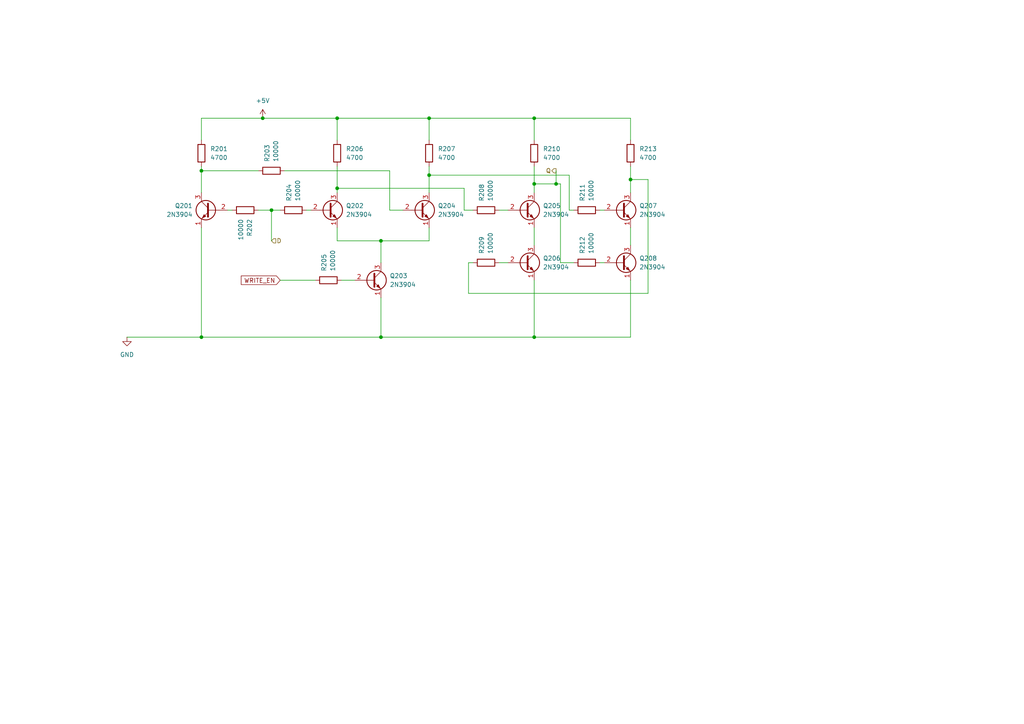
<source format=kicad_sch>
(kicad_sch
	(version 20250114)
	(generator "eeschema")
	(generator_version "9.0")
	(uuid "768d700c-9fce-4d37-95d7-771458debcaa")
	(paper "A4")
	(lib_symbols
		(symbol "Device:R"
			(pin_numbers
				(hide yes)
			)
			(pin_names
				(offset 0)
			)
			(exclude_from_sim no)
			(in_bom yes)
			(on_board yes)
			(property "Reference" "R"
				(at 2.032 0 90)
				(effects
					(font
						(size 1.27 1.27)
					)
				)
			)
			(property "Value" "R"
				(at 0 0 90)
				(effects
					(font
						(size 1.27 1.27)
					)
				)
			)
			(property "Footprint" ""
				(at -1.778 0 90)
				(effects
					(font
						(size 1.27 1.27)
					)
					(hide yes)
				)
			)
			(property "Datasheet" "~"
				(at 0 0 0)
				(effects
					(font
						(size 1.27 1.27)
					)
					(hide yes)
				)
			)
			(property "Description" "Resistor"
				(at 0 0 0)
				(effects
					(font
						(size 1.27 1.27)
					)
					(hide yes)
				)
			)
			(property "ki_keywords" "R res resistor"
				(at 0 0 0)
				(effects
					(font
						(size 1.27 1.27)
					)
					(hide yes)
				)
			)
			(property "ki_fp_filters" "R_*"
				(at 0 0 0)
				(effects
					(font
						(size 1.27 1.27)
					)
					(hide yes)
				)
			)
			(symbol "R_0_1"
				(rectangle
					(start -1.016 -2.54)
					(end 1.016 2.54)
					(stroke
						(width 0.254)
						(type default)
					)
					(fill
						(type none)
					)
				)
			)
			(symbol "R_1_1"
				(pin passive line
					(at 0 3.81 270)
					(length 1.27)
					(name "~"
						(effects
							(font
								(size 1.27 1.27)
							)
						)
					)
					(number "1"
						(effects
							(font
								(size 1.27 1.27)
							)
						)
					)
				)
				(pin passive line
					(at 0 -3.81 90)
					(length 1.27)
					(name "~"
						(effects
							(font
								(size 1.27 1.27)
							)
						)
					)
					(number "2"
						(effects
							(font
								(size 1.27 1.27)
							)
						)
					)
				)
			)
			(embedded_fonts no)
		)
		(symbol "Transistor_BJT:2N3904"
			(pin_names
				(offset 0)
				(hide yes)
			)
			(exclude_from_sim no)
			(in_bom yes)
			(on_board yes)
			(property "Reference" "Q"
				(at 5.08 1.905 0)
				(effects
					(font
						(size 1.27 1.27)
					)
					(justify left)
				)
			)
			(property "Value" "2N3904"
				(at 5.08 0 0)
				(effects
					(font
						(size 1.27 1.27)
					)
					(justify left)
				)
			)
			(property "Footprint" "Package_TO_SOT_THT:TO-92_Inline"
				(at 5.08 -1.905 0)
				(effects
					(font
						(size 1.27 1.27)
						(italic yes)
					)
					(justify left)
					(hide yes)
				)
			)
			(property "Datasheet" "https://www.onsemi.com/pub/Collateral/2N3903-D.PDF"
				(at 0 0 0)
				(effects
					(font
						(size 1.27 1.27)
					)
					(justify left)
					(hide yes)
				)
			)
			(property "Description" "0.2A Ic, 40V Vce, Small Signal NPN Transistor, TO-92"
				(at 0 0 0)
				(effects
					(font
						(size 1.27 1.27)
					)
					(hide yes)
				)
			)
			(property "Sim.Device" "NPN"
				(at 0 0 0)
				(effects
					(font
						(size 1.27 1.27)
					)
					(hide yes)
				)
			)
			(property "Sim.Pins" "1=E 2=B 3=C"
				(at 0 0 0)
				(effects
					(font
						(size 1.27 1.27)
					)
					(hide yes)
				)
			)
			(property "ki_keywords" "NPN Transistor"
				(at 0 0 0)
				(effects
					(font
						(size 1.27 1.27)
					)
					(hide yes)
				)
			)
			(property "ki_fp_filters" "TO?92*"
				(at 0 0 0)
				(effects
					(font
						(size 1.27 1.27)
					)
					(hide yes)
				)
			)
			(symbol "2N3904_0_1"
				(polyline
					(pts
						(xy -2.54 0) (xy 0.635 0)
					)
					(stroke
						(width 0)
						(type default)
					)
					(fill
						(type none)
					)
				)
				(polyline
					(pts
						(xy 0.635 1.905) (xy 0.635 -1.905)
					)
					(stroke
						(width 0.508)
						(type default)
					)
					(fill
						(type none)
					)
				)
				(circle
					(center 1.27 0)
					(radius 2.8194)
					(stroke
						(width 0.254)
						(type default)
					)
					(fill
						(type none)
					)
				)
			)
			(symbol "2N3904_1_1"
				(polyline
					(pts
						(xy 0.635 0.635) (xy 2.54 2.54)
					)
					(stroke
						(width 0)
						(type default)
					)
					(fill
						(type none)
					)
				)
				(polyline
					(pts
						(xy 0.635 -0.635) (xy 2.54 -2.54)
					)
					(stroke
						(width 0)
						(type default)
					)
					(fill
						(type none)
					)
				)
				(polyline
					(pts
						(xy 1.27 -1.778) (xy 1.778 -1.27) (xy 2.286 -2.286) (xy 1.27 -1.778)
					)
					(stroke
						(width 0)
						(type default)
					)
					(fill
						(type outline)
					)
				)
				(pin input line
					(at -5.08 0 0)
					(length 2.54)
					(name "B"
						(effects
							(font
								(size 1.27 1.27)
							)
						)
					)
					(number "2"
						(effects
							(font
								(size 1.27 1.27)
							)
						)
					)
				)
				(pin passive line
					(at 2.54 5.08 270)
					(length 2.54)
					(name "C"
						(effects
							(font
								(size 1.27 1.27)
							)
						)
					)
					(number "3"
						(effects
							(font
								(size 1.27 1.27)
							)
						)
					)
				)
				(pin passive line
					(at 2.54 -5.08 90)
					(length 2.54)
					(name "E"
						(effects
							(font
								(size 1.27 1.27)
							)
						)
					)
					(number "1"
						(effects
							(font
								(size 1.27 1.27)
							)
						)
					)
				)
			)
			(embedded_fonts no)
		)
		(symbol "power:+5V"
			(power)
			(pin_numbers
				(hide yes)
			)
			(pin_names
				(offset 0)
				(hide yes)
			)
			(exclude_from_sim no)
			(in_bom yes)
			(on_board yes)
			(property "Reference" "#PWR"
				(at 0 -3.81 0)
				(effects
					(font
						(size 1.27 1.27)
					)
					(hide yes)
				)
			)
			(property "Value" "+5V"
				(at 0 3.556 0)
				(effects
					(font
						(size 1.27 1.27)
					)
				)
			)
			(property "Footprint" ""
				(at 0 0 0)
				(effects
					(font
						(size 1.27 1.27)
					)
					(hide yes)
				)
			)
			(property "Datasheet" ""
				(at 0 0 0)
				(effects
					(font
						(size 1.27 1.27)
					)
					(hide yes)
				)
			)
			(property "Description" "Power symbol creates a global label with name \"+5V\""
				(at 0 0 0)
				(effects
					(font
						(size 1.27 1.27)
					)
					(hide yes)
				)
			)
			(property "ki_keywords" "global power"
				(at 0 0 0)
				(effects
					(font
						(size 1.27 1.27)
					)
					(hide yes)
				)
			)
			(symbol "+5V_0_1"
				(polyline
					(pts
						(xy -0.762 1.27) (xy 0 2.54)
					)
					(stroke
						(width 0)
						(type default)
					)
					(fill
						(type none)
					)
				)
				(polyline
					(pts
						(xy 0 2.54) (xy 0.762 1.27)
					)
					(stroke
						(width 0)
						(type default)
					)
					(fill
						(type none)
					)
				)
				(polyline
					(pts
						(xy 0 0) (xy 0 2.54)
					)
					(stroke
						(width 0)
						(type default)
					)
					(fill
						(type none)
					)
				)
			)
			(symbol "+5V_1_1"
				(pin power_in line
					(at 0 0 90)
					(length 0)
					(name "~"
						(effects
							(font
								(size 1.27 1.27)
							)
						)
					)
					(number "1"
						(effects
							(font
								(size 1.27 1.27)
							)
						)
					)
				)
			)
			(embedded_fonts no)
		)
		(symbol "power:GND"
			(power)
			(pin_numbers
				(hide yes)
			)
			(pin_names
				(offset 0)
				(hide yes)
			)
			(exclude_from_sim no)
			(in_bom yes)
			(on_board yes)
			(property "Reference" "#PWR"
				(at 0 -6.35 0)
				(effects
					(font
						(size 1.27 1.27)
					)
					(hide yes)
				)
			)
			(property "Value" "GND"
				(at 0 -3.81 0)
				(effects
					(font
						(size 1.27 1.27)
					)
				)
			)
			(property "Footprint" ""
				(at 0 0 0)
				(effects
					(font
						(size 1.27 1.27)
					)
					(hide yes)
				)
			)
			(property "Datasheet" ""
				(at 0 0 0)
				(effects
					(font
						(size 1.27 1.27)
					)
					(hide yes)
				)
			)
			(property "Description" "Power symbol creates a global label with name \"GND\" , ground"
				(at 0 0 0)
				(effects
					(font
						(size 1.27 1.27)
					)
					(hide yes)
				)
			)
			(property "ki_keywords" "global power"
				(at 0 0 0)
				(effects
					(font
						(size 1.27 1.27)
					)
					(hide yes)
				)
			)
			(symbol "GND_0_1"
				(polyline
					(pts
						(xy 0 0) (xy 0 -1.27) (xy 1.27 -1.27) (xy 0 -2.54) (xy -1.27 -1.27) (xy 0 -1.27)
					)
					(stroke
						(width 0)
						(type default)
					)
					(fill
						(type none)
					)
				)
			)
			(symbol "GND_1_1"
				(pin power_in line
					(at 0 0 270)
					(length 0)
					(name "~"
						(effects
							(font
								(size 1.27 1.27)
							)
						)
					)
					(number "1"
						(effects
							(font
								(size 1.27 1.27)
							)
						)
					)
				)
			)
			(embedded_fonts no)
		)
	)
	(junction
		(at 154.94 53.34)
		(diameter 0)
		(color 0 0 0 0)
		(uuid "0cfea4da-b3c0-4a22-96bc-f3662a3c7b00")
	)
	(junction
		(at 58.42 97.79)
		(diameter 0)
		(color 0 0 0 0)
		(uuid "265a6417-ea5c-41a8-99ac-b20abf56fd96")
	)
	(junction
		(at 78.74 60.96)
		(diameter 0)
		(color 0 0 0 0)
		(uuid "293481c2-95a9-49e4-b3bd-0a0c3a202eb4")
	)
	(junction
		(at 161.29 53.34)
		(diameter 0)
		(color 0 0 0 0)
		(uuid "364be6ed-beb6-4022-b054-e5033c53bde9")
	)
	(junction
		(at 76.2 34.29)
		(diameter 0)
		(color 0 0 0 0)
		(uuid "76a8c29f-09fd-486c-8e6c-8ea50c7cb4c4")
	)
	(junction
		(at 58.42 49.53)
		(diameter 0)
		(color 0 0 0 0)
		(uuid "782cbfbf-1752-47ad-ad6d-2bc4f0d16c3b")
	)
	(junction
		(at 110.49 69.85)
		(diameter 0)
		(color 0 0 0 0)
		(uuid "7a120cc5-3673-4ade-a1e3-007e656636c9")
	)
	(junction
		(at 124.46 50.8)
		(diameter 0)
		(color 0 0 0 0)
		(uuid "8ef09c70-9098-4b80-a63f-5612777fbbb9")
	)
	(junction
		(at 154.94 34.29)
		(diameter 0)
		(color 0 0 0 0)
		(uuid "94e042f4-5090-4a6b-982f-4378d09808b3")
	)
	(junction
		(at 97.79 34.29)
		(diameter 0)
		(color 0 0 0 0)
		(uuid "a3887118-4e0a-40f4-a209-2c09ad033f86")
	)
	(junction
		(at 124.46 34.29)
		(diameter 0)
		(color 0 0 0 0)
		(uuid "c307c1ca-fe58-4556-837d-8dc575a49606")
	)
	(junction
		(at 154.94 97.79)
		(diameter 0)
		(color 0 0 0 0)
		(uuid "cca5b44d-09cc-4c30-bb6b-07fafef01839")
	)
	(junction
		(at 97.79 54.61)
		(diameter 0)
		(color 0 0 0 0)
		(uuid "db9e3724-5fee-4dd8-92b5-5d8d96f906e3")
	)
	(junction
		(at 182.88 52.07)
		(diameter 0)
		(color 0 0 0 0)
		(uuid "efe745ab-32f6-4c17-99e6-0a58abd175ac")
	)
	(junction
		(at 110.49 97.79)
		(diameter 0)
		(color 0 0 0 0)
		(uuid "f4bb6f9f-6daf-484a-93bf-4947f98d4481")
	)
	(wire
		(pts
			(xy 110.49 97.79) (xy 110.49 86.36)
		)
		(stroke
			(width 0)
			(type default)
		)
		(uuid "00e25c0a-4c5a-414c-bc69-b52c5b08a0ec")
	)
	(wire
		(pts
			(xy 162.56 53.34) (xy 161.29 53.34)
		)
		(stroke
			(width 0)
			(type default)
		)
		(uuid "024943f9-4300-471a-a18c-eb8ead13bed9")
	)
	(wire
		(pts
			(xy 154.94 40.64) (xy 154.94 34.29)
		)
		(stroke
			(width 0)
			(type default)
		)
		(uuid "03186279-c258-4f82-a2bf-aefc734a4b00")
	)
	(wire
		(pts
			(xy 134.62 54.61) (xy 97.79 54.61)
		)
		(stroke
			(width 0)
			(type default)
		)
		(uuid "03c5c231-c74e-47b6-983e-36ea80d05bec")
	)
	(wire
		(pts
			(xy 154.94 53.34) (xy 154.94 55.88)
		)
		(stroke
			(width 0)
			(type default)
		)
		(uuid "04fc7748-2545-4b17-b01b-f498d4ee2f23")
	)
	(wire
		(pts
			(xy 58.42 49.53) (xy 74.93 49.53)
		)
		(stroke
			(width 0)
			(type default)
		)
		(uuid "068d9e10-b6bd-4f2d-89f4-bdc1e319485e")
	)
	(wire
		(pts
			(xy 154.94 48.26) (xy 154.94 53.34)
		)
		(stroke
			(width 0)
			(type default)
		)
		(uuid "0787f12e-4124-40d0-87b9-f734a6946c72")
	)
	(wire
		(pts
			(xy 88.9 60.96) (xy 90.17 60.96)
		)
		(stroke
			(width 0)
			(type default)
		)
		(uuid "07d29120-98b0-4cf8-a023-a882a1b43d83")
	)
	(wire
		(pts
			(xy 161.29 53.34) (xy 154.94 53.34)
		)
		(stroke
			(width 0)
			(type default)
		)
		(uuid "0afb410c-75a6-474d-959f-9bd6691dd5fe")
	)
	(wire
		(pts
			(xy 58.42 34.29) (xy 76.2 34.29)
		)
		(stroke
			(width 0)
			(type default)
		)
		(uuid "0ce877f0-ccdd-4b06-8512-e9c09136f3f1")
	)
	(wire
		(pts
			(xy 66.04 60.96) (xy 67.31 60.96)
		)
		(stroke
			(width 0)
			(type default)
		)
		(uuid "100ada7b-3c8e-4031-8d9f-f700f2dce22b")
	)
	(wire
		(pts
			(xy 97.79 48.26) (xy 97.79 54.61)
		)
		(stroke
			(width 0)
			(type default)
		)
		(uuid "10ec1632-ffd2-49a4-8c40-f6ed66980ca5")
	)
	(wire
		(pts
			(xy 124.46 40.64) (xy 124.46 34.29)
		)
		(stroke
			(width 0)
			(type default)
		)
		(uuid "11d2d1ea-06f9-4f6b-a2ae-9e1033043031")
	)
	(wire
		(pts
			(xy 58.42 97.79) (xy 110.49 97.79)
		)
		(stroke
			(width 0)
			(type default)
		)
		(uuid "15e83f65-aba7-4dc1-9762-93a3e46c8f6a")
	)
	(wire
		(pts
			(xy 154.94 97.79) (xy 110.49 97.79)
		)
		(stroke
			(width 0)
			(type default)
		)
		(uuid "1d7273fb-bf65-4ba5-ad9c-f602f512f757")
	)
	(wire
		(pts
			(xy 36.83 97.79) (xy 58.42 97.79)
		)
		(stroke
			(width 0)
			(type default)
		)
		(uuid "1e686a89-27b7-48ae-8c34-63bf70e6ed8b")
	)
	(wire
		(pts
			(xy 78.74 60.96) (xy 78.74 69.85)
		)
		(stroke
			(width 0)
			(type default)
		)
		(uuid "2749e822-6c7f-4ee3-b012-bee49789bc56")
	)
	(wire
		(pts
			(xy 97.79 34.29) (xy 97.79 40.64)
		)
		(stroke
			(width 0)
			(type default)
		)
		(uuid "2db590f4-773d-4166-8d18-5c775a05e097")
	)
	(wire
		(pts
			(xy 182.88 97.79) (xy 154.94 97.79)
		)
		(stroke
			(width 0)
			(type default)
		)
		(uuid "37bd43aa-8149-4b68-b2c4-e1e943ea48fc")
	)
	(wire
		(pts
			(xy 137.16 60.96) (xy 134.62 60.96)
		)
		(stroke
			(width 0)
			(type default)
		)
		(uuid "37e52d65-20b3-4696-943a-5bf0567eb1e2")
	)
	(wire
		(pts
			(xy 135.89 85.09) (xy 187.96 85.09)
		)
		(stroke
			(width 0)
			(type default)
		)
		(uuid "3b6b7228-6623-40d5-8087-3c43b1b698c6")
	)
	(wire
		(pts
			(xy 58.42 48.26) (xy 58.42 49.53)
		)
		(stroke
			(width 0)
			(type default)
		)
		(uuid "3d31f552-fb6f-4e77-9e79-0b7ebab1e95e")
	)
	(wire
		(pts
			(xy 58.42 66.04) (xy 58.42 97.79)
		)
		(stroke
			(width 0)
			(type default)
		)
		(uuid "3ff7919e-7c55-41c0-b5e9-c71c77cbd259")
	)
	(wire
		(pts
			(xy 58.42 40.64) (xy 58.42 34.29)
		)
		(stroke
			(width 0)
			(type default)
		)
		(uuid "427e8b1c-2c31-4e0b-b05d-f394faa34036")
	)
	(wire
		(pts
			(xy 161.29 49.53) (xy 161.29 53.34)
		)
		(stroke
			(width 0)
			(type default)
		)
		(uuid "433a3832-5504-43ce-a382-ee2619469ec5")
	)
	(wire
		(pts
			(xy 113.03 49.53) (xy 113.03 60.96)
		)
		(stroke
			(width 0)
			(type default)
		)
		(uuid "44b4fc45-a97c-4eb1-987b-385730371ebc")
	)
	(wire
		(pts
			(xy 182.88 40.64) (xy 182.88 34.29)
		)
		(stroke
			(width 0)
			(type default)
		)
		(uuid "466b68c0-3b54-4a9e-a798-d81e586ea3aa")
	)
	(wire
		(pts
			(xy 173.99 60.96) (xy 175.26 60.96)
		)
		(stroke
			(width 0)
			(type default)
		)
		(uuid "47244b7b-5189-4050-a89c-8da097c27d16")
	)
	(wire
		(pts
			(xy 154.94 34.29) (xy 182.88 34.29)
		)
		(stroke
			(width 0)
			(type default)
		)
		(uuid "5261dfce-5290-45cf-ba52-f7febd284db9")
	)
	(wire
		(pts
			(xy 110.49 69.85) (xy 124.46 69.85)
		)
		(stroke
			(width 0)
			(type default)
		)
		(uuid "5e9b25bc-fe8f-45ec-8b30-228c44c1e559")
	)
	(wire
		(pts
			(xy 165.1 60.96) (xy 165.1 50.8)
		)
		(stroke
			(width 0)
			(type default)
		)
		(uuid "62eedf9f-0636-49f0-8c18-94f4a391fd2b")
	)
	(wire
		(pts
			(xy 97.79 69.85) (xy 110.49 69.85)
		)
		(stroke
			(width 0)
			(type default)
		)
		(uuid "67b83da1-ab51-499c-b3bb-4795199057d9")
	)
	(wire
		(pts
			(xy 124.46 50.8) (xy 124.46 55.88)
		)
		(stroke
			(width 0)
			(type default)
		)
		(uuid "67edcb43-28ce-4135-ace3-ef3d3a0e28cc")
	)
	(wire
		(pts
			(xy 182.88 48.26) (xy 182.88 52.07)
		)
		(stroke
			(width 0)
			(type default)
		)
		(uuid "6a8687e3-366e-4be1-bc6c-796d52c6efb0")
	)
	(wire
		(pts
			(xy 173.99 76.2) (xy 175.26 76.2)
		)
		(stroke
			(width 0)
			(type default)
		)
		(uuid "6f86954c-8e00-4f26-8444-c89fce8652fb")
	)
	(wire
		(pts
			(xy 154.94 66.04) (xy 154.94 71.12)
		)
		(stroke
			(width 0)
			(type default)
		)
		(uuid "73100b51-583e-46c9-85b2-fc46e000d618")
	)
	(wire
		(pts
			(xy 76.2 34.29) (xy 97.79 34.29)
		)
		(stroke
			(width 0)
			(type default)
		)
		(uuid "79ce6f2f-ec22-48cd-82d9-4f5435bcec06")
	)
	(wire
		(pts
			(xy 78.74 60.96) (xy 81.28 60.96)
		)
		(stroke
			(width 0)
			(type default)
		)
		(uuid "89b10a5b-676d-4298-8662-3f882c6506a0")
	)
	(wire
		(pts
			(xy 124.46 34.29) (xy 154.94 34.29)
		)
		(stroke
			(width 0)
			(type default)
		)
		(uuid "92e518b3-e8ef-41a4-83c2-7d4bb9cc0323")
	)
	(wire
		(pts
			(xy 154.94 81.28) (xy 154.94 97.79)
		)
		(stroke
			(width 0)
			(type default)
		)
		(uuid "93507fc2-6e3e-4c6b-990c-1a855a997c6a")
	)
	(wire
		(pts
			(xy 135.89 76.2) (xy 137.16 76.2)
		)
		(stroke
			(width 0)
			(type default)
		)
		(uuid "986c47a6-e160-4ebf-9e5f-510bd04dbd68")
	)
	(wire
		(pts
			(xy 162.56 76.2) (xy 166.37 76.2)
		)
		(stroke
			(width 0)
			(type default)
		)
		(uuid "98946b7a-80ba-4871-9679-88a87ec114c4")
	)
	(wire
		(pts
			(xy 113.03 60.96) (xy 116.84 60.96)
		)
		(stroke
			(width 0)
			(type default)
		)
		(uuid "9bd681cd-493c-4f8a-8065-e43a98da2922")
	)
	(wire
		(pts
			(xy 166.37 60.96) (xy 165.1 60.96)
		)
		(stroke
			(width 0)
			(type default)
		)
		(uuid "9feca547-ce19-4bbe-81ef-3606bb6cfee0")
	)
	(wire
		(pts
			(xy 182.88 52.07) (xy 182.88 55.88)
		)
		(stroke
			(width 0)
			(type default)
		)
		(uuid "ab0cd44b-16a1-48eb-bf2e-42697fc2e622")
	)
	(wire
		(pts
			(xy 81.28 81.28) (xy 91.44 81.28)
		)
		(stroke
			(width 0)
			(type default)
		)
		(uuid "aec78e07-2413-4205-95fb-99e3e18033b3")
	)
	(wire
		(pts
			(xy 124.46 48.26) (xy 124.46 50.8)
		)
		(stroke
			(width 0)
			(type default)
		)
		(uuid "b0cce063-57c6-4a4a-bef6-311d7ffd7888")
	)
	(wire
		(pts
			(xy 182.88 81.28) (xy 182.88 97.79)
		)
		(stroke
			(width 0)
			(type default)
		)
		(uuid "b48faee0-1236-48ed-a829-9b3242e8b4e4")
	)
	(wire
		(pts
			(xy 135.89 76.2) (xy 135.89 85.09)
		)
		(stroke
			(width 0)
			(type default)
		)
		(uuid "b4b78167-f24d-40d3-af75-6df2593e3fbe")
	)
	(wire
		(pts
			(xy 144.78 76.2) (xy 147.32 76.2)
		)
		(stroke
			(width 0)
			(type default)
		)
		(uuid "b4bcf4df-3603-4a3b-8b93-fd81178e0bad")
	)
	(wire
		(pts
			(xy 97.79 66.04) (xy 97.79 69.85)
		)
		(stroke
			(width 0)
			(type default)
		)
		(uuid "bd4f40f3-9bf8-4083-b0f0-adad0670f5f4")
	)
	(wire
		(pts
			(xy 187.96 52.07) (xy 182.88 52.07)
		)
		(stroke
			(width 0)
			(type default)
		)
		(uuid "bf552d83-5e65-4a72-8dcc-4b1ae5ce1648")
	)
	(wire
		(pts
			(xy 162.56 76.2) (xy 162.56 53.34)
		)
		(stroke
			(width 0)
			(type default)
		)
		(uuid "bffad900-d96d-48b9-b7f0-53517019557a")
	)
	(wire
		(pts
			(xy 182.88 66.04) (xy 182.88 71.12)
		)
		(stroke
			(width 0)
			(type default)
		)
		(uuid "c66dda25-5f89-4608-96db-550ef465c183")
	)
	(wire
		(pts
			(xy 124.46 34.29) (xy 97.79 34.29)
		)
		(stroke
			(width 0)
			(type default)
		)
		(uuid "cd0ff56e-12dc-4fc7-a5fa-34b24def251f")
	)
	(wire
		(pts
			(xy 124.46 50.8) (xy 165.1 50.8)
		)
		(stroke
			(width 0)
			(type default)
		)
		(uuid "cd7851ac-c347-4be8-b887-3541814a7b9f")
	)
	(wire
		(pts
			(xy 134.62 60.96) (xy 134.62 54.61)
		)
		(stroke
			(width 0)
			(type default)
		)
		(uuid "d01064b8-7ad0-4f7a-b004-feaa0bdb228d")
	)
	(wire
		(pts
			(xy 58.42 49.53) (xy 58.42 55.88)
		)
		(stroke
			(width 0)
			(type default)
		)
		(uuid "d6ee16ed-8f69-4aa4-b571-80b733e1b392")
	)
	(wire
		(pts
			(xy 99.06 81.28) (xy 102.87 81.28)
		)
		(stroke
			(width 0)
			(type default)
		)
		(uuid "d8f2db44-a0d2-4aba-9842-39b4f05b8b94")
	)
	(wire
		(pts
			(xy 187.96 85.09) (xy 187.96 52.07)
		)
		(stroke
			(width 0)
			(type default)
		)
		(uuid "dc64a629-efb3-4f9e-804f-88b7f4176a45")
	)
	(wire
		(pts
			(xy 82.55 49.53) (xy 113.03 49.53)
		)
		(stroke
			(width 0)
			(type default)
		)
		(uuid "dd3c69ec-21e1-41ba-b6ee-0a18fb5125d2")
	)
	(wire
		(pts
			(xy 124.46 66.04) (xy 124.46 69.85)
		)
		(stroke
			(width 0)
			(type default)
		)
		(uuid "e5729e45-497f-482b-9990-ddd779763da7")
	)
	(wire
		(pts
			(xy 97.79 54.61) (xy 97.79 55.88)
		)
		(stroke
			(width 0)
			(type default)
		)
		(uuid "e8e83e5a-85bf-4d86-bdc0-7c433a13c4d1")
	)
	(wire
		(pts
			(xy 144.78 60.96) (xy 147.32 60.96)
		)
		(stroke
			(width 0)
			(type default)
		)
		(uuid "f0b5b39a-2290-477a-bb11-69153f3a77e5")
	)
	(wire
		(pts
			(xy 74.93 60.96) (xy 78.74 60.96)
		)
		(stroke
			(width 0)
			(type default)
		)
		(uuid "f1e878d2-4ae9-42c0-9cbc-123f2691dbcc")
	)
	(wire
		(pts
			(xy 110.49 69.85) (xy 110.49 76.2)
		)
		(stroke
			(width 0)
			(type default)
		)
		(uuid "f8b097c0-4b17-4f32-a20f-51e24d90deaf")
	)
	(global_label "WRITE_EN"
		(shape input)
		(at 81.28 81.28 180)
		(fields_autoplaced yes)
		(effects
			(font
				(size 1.27 1.27)
			)
			(justify right)
		)
		(uuid "75b99073-343b-4558-8c48-2480f6ec8dd8")
		(property "Intersheetrefs" "${INTERSHEET_REFS}"
			(at 93.1551 81.28 0)
			(effects
				(font
					(size 1.27 1.27)
				)
				(justify left)
				(hide yes)
			)
		)
	)
	(hierarchical_label "Q"
		(shape output)
		(at 161.29 49.53 180)
		(effects
			(font
				(size 1.27 1.27)
			)
			(justify right)
		)
		(uuid "10bae361-0003-4105-8e22-1f4e4b082fe9")
	)
	(hierarchical_label "D"
		(shape input)
		(at 78.74 69.85 0)
		(effects
			(font
				(size 1.27 1.27)
			)
			(justify left)
		)
		(uuid "db04f83b-7fff-415a-af9b-2cd05b7fb59a")
	)
	(symbol
		(lib_id "Device:R")
		(at 182.88 44.45 0)
		(unit 1)
		(exclude_from_sim no)
		(in_bom yes)
		(on_board yes)
		(dnp no)
		(fields_autoplaced yes)
		(uuid "0f28563b-820f-4a8d-8430-8d05713db260")
		(property "Reference" "R213"
			(at 185.42 43.1799 0)
			(effects
				(font
					(size 1.27 1.27)
				)
				(justify left)
			)
		)
		(property "Value" "4700"
			(at 185.42 45.7199 0)
			(effects
				(font
					(size 1.27 1.27)
				)
				(justify left)
			)
		)
		(property "Footprint" "Resistor_THT:R_Axial_DIN0207_L6.3mm_D2.5mm_P10.16mm_Horizontal"
			(at 181.102 44.45 90)
			(effects
				(font
					(size 1.27 1.27)
				)
				(hide yes)
			)
		)
		(property "Datasheet" "~"
			(at 182.88 44.45 0)
			(effects
				(font
					(size 1.27 1.27)
				)
				(hide yes)
			)
		)
		(property "Description" "Resistor"
			(at 182.88 44.45 0)
			(effects
				(font
					(size 1.27 1.27)
				)
				(hide yes)
			)
		)
		(pin "1"
			(uuid "580facc4-4d52-4bda-adb6-34e47e34bee0")
		)
		(pin "2"
			(uuid "86bfa2f2-6f7d-4906-9faa-325287082115")
		)
		(instances
			(project "reg"
				(path "/e96f5457-db99-4a37-99bc-c8d984ac6a13/013fff21-ffe2-43e7-a1f8-0a32857b7896"
					(reference "R213")
					(unit 1)
				)
				(path "/e96f5457-db99-4a37-99bc-c8d984ac6a13/c2d8d58b-542c-461c-b9f4-6e6e89a39778"
					(reference "R413")
					(unit 1)
				)
				(path "/e96f5457-db99-4a37-99bc-c8d984ac6a13/c7ee0f21-7ea9-43ab-b94d-a45cd14284f5"
					(reference "R313")
					(unit 1)
				)
				(path "/e96f5457-db99-4a37-99bc-c8d984ac6a13/fa35338c-80aa-4458-abfc-3f34ff436d6b"
					(reference "R513")
					(unit 1)
				)
			)
		)
	)
	(symbol
		(lib_id "Device:R")
		(at 170.18 76.2 90)
		(unit 1)
		(exclude_from_sim no)
		(in_bom yes)
		(on_board yes)
		(dnp no)
		(fields_autoplaced yes)
		(uuid "0f4e9cfe-25f7-4b66-afa5-6e5a38ed1240")
		(property "Reference" "R212"
			(at 168.9099 73.66 0)
			(effects
				(font
					(size 1.27 1.27)
				)
				(justify left)
			)
		)
		(property "Value" "10000"
			(at 171.4499 73.66 0)
			(effects
				(font
					(size 1.27 1.27)
				)
				(justify left)
			)
		)
		(property "Footprint" "Resistor_THT:R_Axial_DIN0207_L6.3mm_D2.5mm_P10.16mm_Horizontal"
			(at 170.18 77.978 90)
			(effects
				(font
					(size 1.27 1.27)
				)
				(hide yes)
			)
		)
		(property "Datasheet" "~"
			(at 170.18 76.2 0)
			(effects
				(font
					(size 1.27 1.27)
				)
				(hide yes)
			)
		)
		(property "Description" "Resistor"
			(at 170.18 76.2 0)
			(effects
				(font
					(size 1.27 1.27)
				)
				(hide yes)
			)
		)
		(pin "1"
			(uuid "cc16433f-1a1e-4895-852c-974ed1d63b2c")
		)
		(pin "2"
			(uuid "8d2c9954-6d1d-40cf-87cb-78e92550fac2")
		)
		(instances
			(project "reg"
				(path "/e96f5457-db99-4a37-99bc-c8d984ac6a13/013fff21-ffe2-43e7-a1f8-0a32857b7896"
					(reference "R212")
					(unit 1)
				)
				(path "/e96f5457-db99-4a37-99bc-c8d984ac6a13/c2d8d58b-542c-461c-b9f4-6e6e89a39778"
					(reference "R412")
					(unit 1)
				)
				(path "/e96f5457-db99-4a37-99bc-c8d984ac6a13/c7ee0f21-7ea9-43ab-b94d-a45cd14284f5"
					(reference "R312")
					(unit 1)
				)
				(path "/e96f5457-db99-4a37-99bc-c8d984ac6a13/fa35338c-80aa-4458-abfc-3f34ff436d6b"
					(reference "R512")
					(unit 1)
				)
			)
		)
	)
	(symbol
		(lib_id "Transistor_BJT:2N3904")
		(at 107.95 81.28 0)
		(unit 1)
		(exclude_from_sim no)
		(in_bom yes)
		(on_board yes)
		(dnp no)
		(fields_autoplaced yes)
		(uuid "2a060d5a-eb72-40d5-ab52-be3a80f4e4e4")
		(property "Reference" "Q203"
			(at 113.03 80.0099 0)
			(effects
				(font
					(size 1.27 1.27)
				)
				(justify left)
			)
		)
		(property "Value" "2N3904"
			(at 113.03 82.5499 0)
			(effects
				(font
					(size 1.27 1.27)
				)
				(justify left)
			)
		)
		(property "Footprint" "Package_TO_SOT_THT:TO-92_Inline"
			(at 113.03 83.185 0)
			(effects
				(font
					(size 1.27 1.27)
					(italic yes)
				)
				(justify left)
				(hide yes)
			)
		)
		(property "Datasheet" "https://www.onsemi.com/pub/Collateral/2N3903-D.PDF"
			(at 107.95 81.28 0)
			(effects
				(font
					(size 1.27 1.27)
				)
				(justify left)
				(hide yes)
			)
		)
		(property "Description" "0.2A Ic, 40V Vce, Small Signal NPN Transistor, TO-92"
			(at 107.95 81.28 0)
			(effects
				(font
					(size 1.27 1.27)
				)
				(hide yes)
			)
		)
		(property "Sim.Device" "NPN"
			(at 107.95 81.28 0)
			(effects
				(font
					(size 1.27 1.27)
				)
				(hide yes)
			)
		)
		(property "Sim.Pins" "1=E 2=B 3=C"
			(at 107.95 81.28 0)
			(effects
				(font
					(size 1.27 1.27)
				)
				(hide yes)
			)
		)
		(pin "1"
			(uuid "57f831c6-f294-452b-9975-204eb0d88d42")
		)
		(pin "2"
			(uuid "500b6a0e-c0b2-4a0f-b37e-aa61266e10f5")
		)
		(pin "3"
			(uuid "7ef0048c-dfb3-43c5-9f8d-3fd2b2cea744")
		)
		(instances
			(project "reg"
				(path "/e96f5457-db99-4a37-99bc-c8d984ac6a13/013fff21-ffe2-43e7-a1f8-0a32857b7896"
					(reference "Q203")
					(unit 1)
				)
				(path "/e96f5457-db99-4a37-99bc-c8d984ac6a13/c2d8d58b-542c-461c-b9f4-6e6e89a39778"
					(reference "Q403")
					(unit 1)
				)
				(path "/e96f5457-db99-4a37-99bc-c8d984ac6a13/c7ee0f21-7ea9-43ab-b94d-a45cd14284f5"
					(reference "Q303")
					(unit 1)
				)
				(path "/e96f5457-db99-4a37-99bc-c8d984ac6a13/fa35338c-80aa-4458-abfc-3f34ff436d6b"
					(reference "Q503")
					(unit 1)
				)
			)
		)
	)
	(symbol
		(lib_id "Device:R")
		(at 71.12 60.96 270)
		(unit 1)
		(exclude_from_sim no)
		(in_bom yes)
		(on_board yes)
		(dnp no)
		(fields_autoplaced yes)
		(uuid "3c05f6fd-b8fe-4684-ba8d-26089922310a")
		(property "Reference" "R202"
			(at 72.3901 63.5 0)
			(effects
				(font
					(size 1.27 1.27)
				)
				(justify left)
			)
		)
		(property "Value" "10000"
			(at 69.8501 63.5 0)
			(effects
				(font
					(size 1.27 1.27)
				)
				(justify left)
			)
		)
		(property "Footprint" "Resistor_THT:R_Axial_DIN0207_L6.3mm_D2.5mm_P10.16mm_Horizontal"
			(at 71.12 59.182 90)
			(effects
				(font
					(size 1.27 1.27)
				)
				(hide yes)
			)
		)
		(property "Datasheet" "~"
			(at 71.12 60.96 0)
			(effects
				(font
					(size 1.27 1.27)
				)
				(hide yes)
			)
		)
		(property "Description" "Resistor"
			(at 71.12 60.96 0)
			(effects
				(font
					(size 1.27 1.27)
				)
				(hide yes)
			)
		)
		(pin "1"
			(uuid "7e354176-1013-45c6-85b7-c11a1f70b4d4")
		)
		(pin "2"
			(uuid "06a87748-a298-4516-ab4e-e24a799dcd21")
		)
		(instances
			(project "reg"
				(path "/e96f5457-db99-4a37-99bc-c8d984ac6a13/013fff21-ffe2-43e7-a1f8-0a32857b7896"
					(reference "R202")
					(unit 1)
				)
				(path "/e96f5457-db99-4a37-99bc-c8d984ac6a13/c2d8d58b-542c-461c-b9f4-6e6e89a39778"
					(reference "R402")
					(unit 1)
				)
				(path "/e96f5457-db99-4a37-99bc-c8d984ac6a13/c7ee0f21-7ea9-43ab-b94d-a45cd14284f5"
					(reference "R302")
					(unit 1)
				)
				(path "/e96f5457-db99-4a37-99bc-c8d984ac6a13/fa35338c-80aa-4458-abfc-3f34ff436d6b"
					(reference "R502")
					(unit 1)
				)
			)
		)
	)
	(symbol
		(lib_id "Device:R")
		(at 78.74 49.53 90)
		(unit 1)
		(exclude_from_sim no)
		(in_bom yes)
		(on_board yes)
		(dnp no)
		(fields_autoplaced yes)
		(uuid "4ed082d9-1359-40b4-beb1-796868e1f31d")
		(property "Reference" "R203"
			(at 77.4699 46.99 0)
			(effects
				(font
					(size 1.27 1.27)
				)
				(justify left)
			)
		)
		(property "Value" "10000"
			(at 80.0099 46.99 0)
			(effects
				(font
					(size 1.27 1.27)
				)
				(justify left)
			)
		)
		(property "Footprint" "Resistor_THT:R_Axial_DIN0207_L6.3mm_D2.5mm_P10.16mm_Horizontal"
			(at 78.74 51.308 90)
			(effects
				(font
					(size 1.27 1.27)
				)
				(hide yes)
			)
		)
		(property "Datasheet" "~"
			(at 78.74 49.53 0)
			(effects
				(font
					(size 1.27 1.27)
				)
				(hide yes)
			)
		)
		(property "Description" "Resistor"
			(at 78.74 49.53 0)
			(effects
				(font
					(size 1.27 1.27)
				)
				(hide yes)
			)
		)
		(pin "1"
			(uuid "ae20fee2-c222-4786-9af3-9d17405f09bf")
		)
		(pin "2"
			(uuid "f1cc3ed9-f079-423b-a643-0c37bfb87bd4")
		)
		(instances
			(project "reg"
				(path "/e96f5457-db99-4a37-99bc-c8d984ac6a13/013fff21-ffe2-43e7-a1f8-0a32857b7896"
					(reference "R203")
					(unit 1)
				)
				(path "/e96f5457-db99-4a37-99bc-c8d984ac6a13/c2d8d58b-542c-461c-b9f4-6e6e89a39778"
					(reference "R403")
					(unit 1)
				)
				(path "/e96f5457-db99-4a37-99bc-c8d984ac6a13/c7ee0f21-7ea9-43ab-b94d-a45cd14284f5"
					(reference "R303")
					(unit 1)
				)
				(path "/e96f5457-db99-4a37-99bc-c8d984ac6a13/fa35338c-80aa-4458-abfc-3f34ff436d6b"
					(reference "R503")
					(unit 1)
				)
			)
		)
	)
	(symbol
		(lib_id "Device:R")
		(at 58.42 44.45 0)
		(unit 1)
		(exclude_from_sim no)
		(in_bom yes)
		(on_board yes)
		(dnp no)
		(fields_autoplaced yes)
		(uuid "5717b9f2-9c92-42d4-b2ca-66dcb73927bf")
		(property "Reference" "R201"
			(at 60.96 43.1799 0)
			(effects
				(font
					(size 1.27 1.27)
				)
				(justify left)
			)
		)
		(property "Value" "4700"
			(at 60.96 45.7199 0)
			(effects
				(font
					(size 1.27 1.27)
				)
				(justify left)
			)
		)
		(property "Footprint" "Resistor_THT:R_Axial_DIN0207_L6.3mm_D2.5mm_P10.16mm_Horizontal"
			(at 56.642 44.45 90)
			(effects
				(font
					(size 1.27 1.27)
				)
				(hide yes)
			)
		)
		(property "Datasheet" "~"
			(at 58.42 44.45 0)
			(effects
				(font
					(size 1.27 1.27)
				)
				(hide yes)
			)
		)
		(property "Description" "Resistor"
			(at 58.42 44.45 0)
			(effects
				(font
					(size 1.27 1.27)
				)
				(hide yes)
			)
		)
		(pin "1"
			(uuid "1bfdc968-c0a5-48eb-b997-3a0035a2865a")
		)
		(pin "2"
			(uuid "b8853ebe-ed71-448a-8364-f6a383a4bb47")
		)
		(instances
			(project "reg"
				(path "/e96f5457-db99-4a37-99bc-c8d984ac6a13/013fff21-ffe2-43e7-a1f8-0a32857b7896"
					(reference "R201")
					(unit 1)
				)
				(path "/e96f5457-db99-4a37-99bc-c8d984ac6a13/c2d8d58b-542c-461c-b9f4-6e6e89a39778"
					(reference "R401")
					(unit 1)
				)
				(path "/e96f5457-db99-4a37-99bc-c8d984ac6a13/c7ee0f21-7ea9-43ab-b94d-a45cd14284f5"
					(reference "R301")
					(unit 1)
				)
				(path "/e96f5457-db99-4a37-99bc-c8d984ac6a13/fa35338c-80aa-4458-abfc-3f34ff436d6b"
					(reference "R501")
					(unit 1)
				)
			)
		)
	)
	(symbol
		(lib_id "Device:R")
		(at 154.94 44.45 0)
		(unit 1)
		(exclude_from_sim no)
		(in_bom yes)
		(on_board yes)
		(dnp no)
		(fields_autoplaced yes)
		(uuid "77b64a86-2916-45cd-86ac-47741c4696a2")
		(property "Reference" "R210"
			(at 157.48 43.1799 0)
			(effects
				(font
					(size 1.27 1.27)
				)
				(justify left)
			)
		)
		(property "Value" "4700"
			(at 157.48 45.7199 0)
			(effects
				(font
					(size 1.27 1.27)
				)
				(justify left)
			)
		)
		(property "Footprint" "Resistor_THT:R_Axial_DIN0207_L6.3mm_D2.5mm_P10.16mm_Horizontal"
			(at 153.162 44.45 90)
			(effects
				(font
					(size 1.27 1.27)
				)
				(hide yes)
			)
		)
		(property "Datasheet" "~"
			(at 154.94 44.45 0)
			(effects
				(font
					(size 1.27 1.27)
				)
				(hide yes)
			)
		)
		(property "Description" "Resistor"
			(at 154.94 44.45 0)
			(effects
				(font
					(size 1.27 1.27)
				)
				(hide yes)
			)
		)
		(pin "1"
			(uuid "a728972a-17e4-46c9-a661-4c66147d0269")
		)
		(pin "2"
			(uuid "f740eed3-45a0-430f-9eda-04b08c5bcc59")
		)
		(instances
			(project "reg"
				(path "/e96f5457-db99-4a37-99bc-c8d984ac6a13/013fff21-ffe2-43e7-a1f8-0a32857b7896"
					(reference "R210")
					(unit 1)
				)
				(path "/e96f5457-db99-4a37-99bc-c8d984ac6a13/c2d8d58b-542c-461c-b9f4-6e6e89a39778"
					(reference "R410")
					(unit 1)
				)
				(path "/e96f5457-db99-4a37-99bc-c8d984ac6a13/c7ee0f21-7ea9-43ab-b94d-a45cd14284f5"
					(reference "R310")
					(unit 1)
				)
				(path "/e96f5457-db99-4a37-99bc-c8d984ac6a13/fa35338c-80aa-4458-abfc-3f34ff436d6b"
					(reference "R510")
					(unit 1)
				)
			)
		)
	)
	(symbol
		(lib_id "Transistor_BJT:2N3904")
		(at 121.92 60.96 0)
		(unit 1)
		(exclude_from_sim no)
		(in_bom yes)
		(on_board yes)
		(dnp no)
		(fields_autoplaced yes)
		(uuid "7e3fb678-0ddf-4aa2-a02e-c278b015559d")
		(property "Reference" "Q204"
			(at 127 59.6899 0)
			(effects
				(font
					(size 1.27 1.27)
				)
				(justify left)
			)
		)
		(property "Value" "2N3904"
			(at 127 62.2299 0)
			(effects
				(font
					(size 1.27 1.27)
				)
				(justify left)
			)
		)
		(property "Footprint" "Package_TO_SOT_THT:TO-92_Inline"
			(at 127 62.865 0)
			(effects
				(font
					(size 1.27 1.27)
					(italic yes)
				)
				(justify left)
				(hide yes)
			)
		)
		(property "Datasheet" "https://www.onsemi.com/pub/Collateral/2N3903-D.PDF"
			(at 121.92 60.96 0)
			(effects
				(font
					(size 1.27 1.27)
				)
				(justify left)
				(hide yes)
			)
		)
		(property "Description" "0.2A Ic, 40V Vce, Small Signal NPN Transistor, TO-92"
			(at 121.92 60.96 0)
			(effects
				(font
					(size 1.27 1.27)
				)
				(hide yes)
			)
		)
		(property "Sim.Device" "NPN"
			(at 121.92 60.96 0)
			(effects
				(font
					(size 1.27 1.27)
				)
				(hide yes)
			)
		)
		(property "Sim.Pins" "1=E 2=B 3=C"
			(at 121.92 60.96 0)
			(effects
				(font
					(size 1.27 1.27)
				)
				(hide yes)
			)
		)
		(pin "1"
			(uuid "748d9e18-c984-47a8-b583-b5c5be94b754")
		)
		(pin "2"
			(uuid "8ebf5d4e-1e76-43f7-927f-b9c37614b4cf")
		)
		(pin "3"
			(uuid "31d2b60f-1155-4834-91c0-dee93fe51c68")
		)
		(instances
			(project "reg"
				(path "/e96f5457-db99-4a37-99bc-c8d984ac6a13/013fff21-ffe2-43e7-a1f8-0a32857b7896"
					(reference "Q204")
					(unit 1)
				)
				(path "/e96f5457-db99-4a37-99bc-c8d984ac6a13/c2d8d58b-542c-461c-b9f4-6e6e89a39778"
					(reference "Q404")
					(unit 1)
				)
				(path "/e96f5457-db99-4a37-99bc-c8d984ac6a13/c7ee0f21-7ea9-43ab-b94d-a45cd14284f5"
					(reference "Q304")
					(unit 1)
				)
				(path "/e96f5457-db99-4a37-99bc-c8d984ac6a13/fa35338c-80aa-4458-abfc-3f34ff436d6b"
					(reference "Q504")
					(unit 1)
				)
			)
		)
	)
	(symbol
		(lib_id "Device:R")
		(at 140.97 60.96 90)
		(unit 1)
		(exclude_from_sim no)
		(in_bom yes)
		(on_board yes)
		(dnp no)
		(fields_autoplaced yes)
		(uuid "8751706d-0cf3-457a-b793-47510e3e1d3c")
		(property "Reference" "R208"
			(at 139.6999 58.42 0)
			(effects
				(font
					(size 1.27 1.27)
				)
				(justify left)
			)
		)
		(property "Value" "10000"
			(at 142.2399 58.42 0)
			(effects
				(font
					(size 1.27 1.27)
				)
				(justify left)
			)
		)
		(property "Footprint" "Resistor_THT:R_Axial_DIN0207_L6.3mm_D2.5mm_P10.16mm_Horizontal"
			(at 140.97 62.738 90)
			(effects
				(font
					(size 1.27 1.27)
				)
				(hide yes)
			)
		)
		(property "Datasheet" "~"
			(at 140.97 60.96 0)
			(effects
				(font
					(size 1.27 1.27)
				)
				(hide yes)
			)
		)
		(property "Description" "Resistor"
			(at 140.97 60.96 0)
			(effects
				(font
					(size 1.27 1.27)
				)
				(hide yes)
			)
		)
		(pin "1"
			(uuid "99323b13-43b6-4a95-a7f6-288316a9ee05")
		)
		(pin "2"
			(uuid "d9fb87e9-3270-408e-a270-3d7b3a07a8a1")
		)
		(instances
			(project "reg"
				(path "/e96f5457-db99-4a37-99bc-c8d984ac6a13/013fff21-ffe2-43e7-a1f8-0a32857b7896"
					(reference "R208")
					(unit 1)
				)
				(path "/e96f5457-db99-4a37-99bc-c8d984ac6a13/c2d8d58b-542c-461c-b9f4-6e6e89a39778"
					(reference "R408")
					(unit 1)
				)
				(path "/e96f5457-db99-4a37-99bc-c8d984ac6a13/c7ee0f21-7ea9-43ab-b94d-a45cd14284f5"
					(reference "R308")
					(unit 1)
				)
				(path "/e96f5457-db99-4a37-99bc-c8d984ac6a13/fa35338c-80aa-4458-abfc-3f34ff436d6b"
					(reference "R508")
					(unit 1)
				)
			)
		)
	)
	(symbol
		(lib_id "Device:R")
		(at 85.09 60.96 90)
		(unit 1)
		(exclude_from_sim no)
		(in_bom yes)
		(on_board yes)
		(dnp no)
		(fields_autoplaced yes)
		(uuid "8830bdf3-a9cc-46ba-ad83-c86175304431")
		(property "Reference" "R204"
			(at 83.8199 58.42 0)
			(effects
				(font
					(size 1.27 1.27)
				)
				(justify left)
			)
		)
		(property "Value" "10000"
			(at 86.3599 58.42 0)
			(effects
				(font
					(size 1.27 1.27)
				)
				(justify left)
			)
		)
		(property "Footprint" "Resistor_THT:R_Axial_DIN0207_L6.3mm_D2.5mm_P10.16mm_Horizontal"
			(at 85.09 62.738 90)
			(effects
				(font
					(size 1.27 1.27)
				)
				(hide yes)
			)
		)
		(property "Datasheet" "~"
			(at 85.09 60.96 0)
			(effects
				(font
					(size 1.27 1.27)
				)
				(hide yes)
			)
		)
		(property "Description" "Resistor"
			(at 85.09 60.96 0)
			(effects
				(font
					(size 1.27 1.27)
				)
				(hide yes)
			)
		)
		(pin "1"
			(uuid "8ce7bab9-346a-4132-b799-efd669a2a738")
		)
		(pin "2"
			(uuid "19f446b9-c6e4-4640-9cae-7f16c2b090a0")
		)
		(instances
			(project "reg"
				(path "/e96f5457-db99-4a37-99bc-c8d984ac6a13/013fff21-ffe2-43e7-a1f8-0a32857b7896"
					(reference "R204")
					(unit 1)
				)
				(path "/e96f5457-db99-4a37-99bc-c8d984ac6a13/c2d8d58b-542c-461c-b9f4-6e6e89a39778"
					(reference "R404")
					(unit 1)
				)
				(path "/e96f5457-db99-4a37-99bc-c8d984ac6a13/c7ee0f21-7ea9-43ab-b94d-a45cd14284f5"
					(reference "R304")
					(unit 1)
				)
				(path "/e96f5457-db99-4a37-99bc-c8d984ac6a13/fa35338c-80aa-4458-abfc-3f34ff436d6b"
					(reference "R504")
					(unit 1)
				)
			)
		)
	)
	(symbol
		(lib_id "Device:R")
		(at 95.25 81.28 90)
		(unit 1)
		(exclude_from_sim no)
		(in_bom yes)
		(on_board yes)
		(dnp no)
		(fields_autoplaced yes)
		(uuid "8ba6c790-573f-4dd3-8780-1fe3e20bf36b")
		(property "Reference" "R205"
			(at 93.9799 78.74 0)
			(effects
				(font
					(size 1.27 1.27)
				)
				(justify left)
			)
		)
		(property "Value" "10000"
			(at 96.5199 78.74 0)
			(effects
				(font
					(size 1.27 1.27)
				)
				(justify left)
			)
		)
		(property "Footprint" "Resistor_THT:R_Axial_DIN0207_L6.3mm_D2.5mm_P10.16mm_Horizontal"
			(at 95.25 83.058 90)
			(effects
				(font
					(size 1.27 1.27)
				)
				(hide yes)
			)
		)
		(property "Datasheet" "~"
			(at 95.25 81.28 0)
			(effects
				(font
					(size 1.27 1.27)
				)
				(hide yes)
			)
		)
		(property "Description" "Resistor"
			(at 95.25 81.28 0)
			(effects
				(font
					(size 1.27 1.27)
				)
				(hide yes)
			)
		)
		(pin "1"
			(uuid "c3bc9b79-ea82-4493-97bd-60cdbbe0eb4a")
		)
		(pin "2"
			(uuid "3ec962e5-7da1-403b-b799-6b0b98ce8294")
		)
		(instances
			(project "reg"
				(path "/e96f5457-db99-4a37-99bc-c8d984ac6a13/013fff21-ffe2-43e7-a1f8-0a32857b7896"
					(reference "R205")
					(unit 1)
				)
				(path "/e96f5457-db99-4a37-99bc-c8d984ac6a13/c2d8d58b-542c-461c-b9f4-6e6e89a39778"
					(reference "R405")
					(unit 1)
				)
				(path "/e96f5457-db99-4a37-99bc-c8d984ac6a13/c7ee0f21-7ea9-43ab-b94d-a45cd14284f5"
					(reference "R305")
					(unit 1)
				)
				(path "/e96f5457-db99-4a37-99bc-c8d984ac6a13/fa35338c-80aa-4458-abfc-3f34ff436d6b"
					(reference "R505")
					(unit 1)
				)
			)
		)
	)
	(symbol
		(lib_id "Transistor_BJT:2N3904")
		(at 180.34 76.2 0)
		(unit 1)
		(exclude_from_sim no)
		(in_bom yes)
		(on_board yes)
		(dnp no)
		(fields_autoplaced yes)
		(uuid "91d3f849-cad8-4ee5-848a-68421f1b8ee9")
		(property "Reference" "Q208"
			(at 185.42 74.9299 0)
			(effects
				(font
					(size 1.27 1.27)
				)
				(justify left)
			)
		)
		(property "Value" "2N3904"
			(at 185.42 77.4699 0)
			(effects
				(font
					(size 1.27 1.27)
				)
				(justify left)
			)
		)
		(property "Footprint" "Package_TO_SOT_THT:TO-92_Inline"
			(at 185.42 78.105 0)
			(effects
				(font
					(size 1.27 1.27)
					(italic yes)
				)
				(justify left)
				(hide yes)
			)
		)
		(property "Datasheet" "https://www.onsemi.com/pub/Collateral/2N3903-D.PDF"
			(at 180.34 76.2 0)
			(effects
				(font
					(size 1.27 1.27)
				)
				(justify left)
				(hide yes)
			)
		)
		(property "Description" "0.2A Ic, 40V Vce, Small Signal NPN Transistor, TO-92"
			(at 180.34 76.2 0)
			(effects
				(font
					(size 1.27 1.27)
				)
				(hide yes)
			)
		)
		(property "Sim.Device" "NPN"
			(at 180.34 76.2 0)
			(effects
				(font
					(size 1.27 1.27)
				)
				(hide yes)
			)
		)
		(property "Sim.Pins" "1=E 2=B 3=C"
			(at 180.34 76.2 0)
			(effects
				(font
					(size 1.27 1.27)
				)
				(hide yes)
			)
		)
		(pin "1"
			(uuid "34fb2165-c374-45c0-8ac6-7a81d90079be")
		)
		(pin "2"
			(uuid "091996c6-0db7-4460-9cb7-14c056b8bab3")
		)
		(pin "3"
			(uuid "23576460-29fa-47d3-b73f-f2d4c849e9f1")
		)
		(instances
			(project "reg"
				(path "/e96f5457-db99-4a37-99bc-c8d984ac6a13/013fff21-ffe2-43e7-a1f8-0a32857b7896"
					(reference "Q208")
					(unit 1)
				)
				(path "/e96f5457-db99-4a37-99bc-c8d984ac6a13/c2d8d58b-542c-461c-b9f4-6e6e89a39778"
					(reference "Q408")
					(unit 1)
				)
				(path "/e96f5457-db99-4a37-99bc-c8d984ac6a13/c7ee0f21-7ea9-43ab-b94d-a45cd14284f5"
					(reference "Q308")
					(unit 1)
				)
				(path "/e96f5457-db99-4a37-99bc-c8d984ac6a13/fa35338c-80aa-4458-abfc-3f34ff436d6b"
					(reference "Q508")
					(unit 1)
				)
			)
		)
	)
	(symbol
		(lib_id "Device:R")
		(at 124.46 44.45 0)
		(unit 1)
		(exclude_from_sim no)
		(in_bom yes)
		(on_board yes)
		(dnp no)
		(fields_autoplaced yes)
		(uuid "9c15b888-c331-44cd-bac4-76cc3035ce12")
		(property "Reference" "R207"
			(at 127 43.1799 0)
			(effects
				(font
					(size 1.27 1.27)
				)
				(justify left)
			)
		)
		(property "Value" "4700"
			(at 127 45.7199 0)
			(effects
				(font
					(size 1.27 1.27)
				)
				(justify left)
			)
		)
		(property "Footprint" "Resistor_THT:R_Axial_DIN0207_L6.3mm_D2.5mm_P10.16mm_Horizontal"
			(at 122.682 44.45 90)
			(effects
				(font
					(size 1.27 1.27)
				)
				(hide yes)
			)
		)
		(property "Datasheet" "~"
			(at 124.46 44.45 0)
			(effects
				(font
					(size 1.27 1.27)
				)
				(hide yes)
			)
		)
		(property "Description" "Resistor"
			(at 124.46 44.45 0)
			(effects
				(font
					(size 1.27 1.27)
				)
				(hide yes)
			)
		)
		(pin "1"
			(uuid "80bfe5a3-3ec1-45a6-970e-0294911ab168")
		)
		(pin "2"
			(uuid "d2dbfe90-fdc0-44b6-822f-54ebcdf7ce3b")
		)
		(instances
			(project "reg"
				(path "/e96f5457-db99-4a37-99bc-c8d984ac6a13/013fff21-ffe2-43e7-a1f8-0a32857b7896"
					(reference "R207")
					(unit 1)
				)
				(path "/e96f5457-db99-4a37-99bc-c8d984ac6a13/c2d8d58b-542c-461c-b9f4-6e6e89a39778"
					(reference "R407")
					(unit 1)
				)
				(path "/e96f5457-db99-4a37-99bc-c8d984ac6a13/c7ee0f21-7ea9-43ab-b94d-a45cd14284f5"
					(reference "R307")
					(unit 1)
				)
				(path "/e96f5457-db99-4a37-99bc-c8d984ac6a13/fa35338c-80aa-4458-abfc-3f34ff436d6b"
					(reference "R507")
					(unit 1)
				)
			)
		)
	)
	(symbol
		(lib_id "Transistor_BJT:2N3904")
		(at 95.25 60.96 0)
		(unit 1)
		(exclude_from_sim no)
		(in_bom yes)
		(on_board yes)
		(dnp no)
		(fields_autoplaced yes)
		(uuid "a49e1b95-a36f-4da9-8085-c4ca7a605b58")
		(property "Reference" "Q202"
			(at 100.33 59.6899 0)
			(effects
				(font
					(size 1.27 1.27)
				)
				(justify left)
			)
		)
		(property "Value" "2N3904"
			(at 100.33 62.2299 0)
			(effects
				(font
					(size 1.27 1.27)
				)
				(justify left)
			)
		)
		(property "Footprint" "Package_TO_SOT_THT:TO-92_Inline"
			(at 100.33 62.865 0)
			(effects
				(font
					(size 1.27 1.27)
					(italic yes)
				)
				(justify left)
				(hide yes)
			)
		)
		(property "Datasheet" "https://www.onsemi.com/pub/Collateral/2N3903-D.PDF"
			(at 95.25 60.96 0)
			(effects
				(font
					(size 1.27 1.27)
				)
				(justify left)
				(hide yes)
			)
		)
		(property "Description" "0.2A Ic, 40V Vce, Small Signal NPN Transistor, TO-92"
			(at 95.25 60.96 0)
			(effects
				(font
					(size 1.27 1.27)
				)
				(hide yes)
			)
		)
		(property "Sim.Device" "NPN"
			(at 95.25 60.96 0)
			(effects
				(font
					(size 1.27 1.27)
				)
				(hide yes)
			)
		)
		(property "Sim.Pins" "1=E 2=B 3=C"
			(at 95.25 60.96 0)
			(effects
				(font
					(size 1.27 1.27)
				)
				(hide yes)
			)
		)
		(pin "1"
			(uuid "6ed5a407-8bc0-4109-8644-346f636ef9ae")
		)
		(pin "2"
			(uuid "9b9e0d0c-ee00-4f61-944e-c8b8761d89bb")
		)
		(pin "3"
			(uuid "36628442-e2dd-4215-8258-e206f15fedba")
		)
		(instances
			(project "reg"
				(path "/e96f5457-db99-4a37-99bc-c8d984ac6a13/013fff21-ffe2-43e7-a1f8-0a32857b7896"
					(reference "Q202")
					(unit 1)
				)
				(path "/e96f5457-db99-4a37-99bc-c8d984ac6a13/c2d8d58b-542c-461c-b9f4-6e6e89a39778"
					(reference "Q402")
					(unit 1)
				)
				(path "/e96f5457-db99-4a37-99bc-c8d984ac6a13/c7ee0f21-7ea9-43ab-b94d-a45cd14284f5"
					(reference "Q302")
					(unit 1)
				)
				(path "/e96f5457-db99-4a37-99bc-c8d984ac6a13/fa35338c-80aa-4458-abfc-3f34ff436d6b"
					(reference "Q502")
					(unit 1)
				)
			)
		)
	)
	(symbol
		(lib_id "Transistor_BJT:2N3904")
		(at 180.34 60.96 0)
		(unit 1)
		(exclude_from_sim no)
		(in_bom yes)
		(on_board yes)
		(dnp no)
		(fields_autoplaced yes)
		(uuid "a5ed3515-cf41-41fe-a835-73ab1889ad3d")
		(property "Reference" "Q207"
			(at 185.42 59.6899 0)
			(effects
				(font
					(size 1.27 1.27)
				)
				(justify left)
			)
		)
		(property "Value" "2N3904"
			(at 185.42 62.2299 0)
			(effects
				(font
					(size 1.27 1.27)
				)
				(justify left)
			)
		)
		(property "Footprint" "Package_TO_SOT_THT:TO-92_Inline"
			(at 185.42 62.865 0)
			(effects
				(font
					(size 1.27 1.27)
					(italic yes)
				)
				(justify left)
				(hide yes)
			)
		)
		(property "Datasheet" "https://www.onsemi.com/pub/Collateral/2N3903-D.PDF"
			(at 180.34 60.96 0)
			(effects
				(font
					(size 1.27 1.27)
				)
				(justify left)
				(hide yes)
			)
		)
		(property "Description" "0.2A Ic, 40V Vce, Small Signal NPN Transistor, TO-92"
			(at 180.34 60.96 0)
			(effects
				(font
					(size 1.27 1.27)
				)
				(hide yes)
			)
		)
		(property "Sim.Device" "NPN"
			(at 180.34 60.96 0)
			(effects
				(font
					(size 1.27 1.27)
				)
				(hide yes)
			)
		)
		(property "Sim.Pins" "1=E 2=B 3=C"
			(at 180.34 60.96 0)
			(effects
				(font
					(size 1.27 1.27)
				)
				(hide yes)
			)
		)
		(pin "1"
			(uuid "a0aad5ce-48ca-417a-8619-2b386da34602")
		)
		(pin "2"
			(uuid "72a328f6-c334-43cd-8e4d-af5c26c332bf")
		)
		(pin "3"
			(uuid "ae7936aa-248f-4d3a-8cf3-eff378e718b4")
		)
		(instances
			(project "reg"
				(path "/e96f5457-db99-4a37-99bc-c8d984ac6a13/013fff21-ffe2-43e7-a1f8-0a32857b7896"
					(reference "Q207")
					(unit 1)
				)
				(path "/e96f5457-db99-4a37-99bc-c8d984ac6a13/c2d8d58b-542c-461c-b9f4-6e6e89a39778"
					(reference "Q407")
					(unit 1)
				)
				(path "/e96f5457-db99-4a37-99bc-c8d984ac6a13/c7ee0f21-7ea9-43ab-b94d-a45cd14284f5"
					(reference "Q307")
					(unit 1)
				)
				(path "/e96f5457-db99-4a37-99bc-c8d984ac6a13/fa35338c-80aa-4458-abfc-3f34ff436d6b"
					(reference "Q507")
					(unit 1)
				)
			)
		)
	)
	(symbol
		(lib_id "Device:R")
		(at 97.79 44.45 0)
		(unit 1)
		(exclude_from_sim no)
		(in_bom yes)
		(on_board yes)
		(dnp no)
		(fields_autoplaced yes)
		(uuid "ab4aa094-f32a-4ebc-b2f2-4acf56367f02")
		(property "Reference" "R206"
			(at 100.33 43.1799 0)
			(effects
				(font
					(size 1.27 1.27)
				)
				(justify left)
			)
		)
		(property "Value" "4700"
			(at 100.33 45.7199 0)
			(effects
				(font
					(size 1.27 1.27)
				)
				(justify left)
			)
		)
		(property "Footprint" "Resistor_THT:R_Axial_DIN0207_L6.3mm_D2.5mm_P10.16mm_Horizontal"
			(at 96.012 44.45 90)
			(effects
				(font
					(size 1.27 1.27)
				)
				(hide yes)
			)
		)
		(property "Datasheet" "~"
			(at 97.79 44.45 0)
			(effects
				(font
					(size 1.27 1.27)
				)
				(hide yes)
			)
		)
		(property "Description" "Resistor"
			(at 97.79 44.45 0)
			(effects
				(font
					(size 1.27 1.27)
				)
				(hide yes)
			)
		)
		(pin "1"
			(uuid "35f1fdf2-43c9-4002-be64-07abe414a354")
		)
		(pin "2"
			(uuid "eb89b45e-c9b6-4902-ac09-f577ac7f15b8")
		)
		(instances
			(project "reg"
				(path "/e96f5457-db99-4a37-99bc-c8d984ac6a13/013fff21-ffe2-43e7-a1f8-0a32857b7896"
					(reference "R206")
					(unit 1)
				)
				(path "/e96f5457-db99-4a37-99bc-c8d984ac6a13/c2d8d58b-542c-461c-b9f4-6e6e89a39778"
					(reference "R406")
					(unit 1)
				)
				(path "/e96f5457-db99-4a37-99bc-c8d984ac6a13/c7ee0f21-7ea9-43ab-b94d-a45cd14284f5"
					(reference "R306")
					(unit 1)
				)
				(path "/e96f5457-db99-4a37-99bc-c8d984ac6a13/fa35338c-80aa-4458-abfc-3f34ff436d6b"
					(reference "R506")
					(unit 1)
				)
			)
		)
	)
	(symbol
		(lib_id "power:GND")
		(at 36.83 97.79 0)
		(unit 1)
		(exclude_from_sim no)
		(in_bom yes)
		(on_board yes)
		(dnp no)
		(fields_autoplaced yes)
		(uuid "aef96a80-41e5-4747-8c7f-9002beee957e")
		(property "Reference" "#PWR0201"
			(at 36.83 104.14 0)
			(effects
				(font
					(size 1.27 1.27)
				)
				(hide yes)
			)
		)
		(property "Value" "GND"
			(at 36.83 102.87 0)
			(effects
				(font
					(size 1.27 1.27)
				)
			)
		)
		(property "Footprint" ""
			(at 36.83 97.79 0)
			(effects
				(font
					(size 1.27 1.27)
				)
				(hide yes)
			)
		)
		(property "Datasheet" ""
			(at 36.83 97.79 0)
			(effects
				(font
					(size 1.27 1.27)
				)
				(hide yes)
			)
		)
		(property "Description" "Power symbol creates a global label with name \"GND\" , ground"
			(at 36.83 97.79 0)
			(effects
				(font
					(size 1.27 1.27)
				)
				(hide yes)
			)
		)
		(pin "1"
			(uuid "7fe9ee89-b43c-4035-9c57-72483dd66602")
		)
		(instances
			(project "reg"
				(path "/e96f5457-db99-4a37-99bc-c8d984ac6a13/013fff21-ffe2-43e7-a1f8-0a32857b7896"
					(reference "#PWR0201")
					(unit 1)
				)
				(path "/e96f5457-db99-4a37-99bc-c8d984ac6a13/c2d8d58b-542c-461c-b9f4-6e6e89a39778"
					(reference "#PWR0401")
					(unit 1)
				)
				(path "/e96f5457-db99-4a37-99bc-c8d984ac6a13/c7ee0f21-7ea9-43ab-b94d-a45cd14284f5"
					(reference "#PWR0301")
					(unit 1)
				)
				(path "/e96f5457-db99-4a37-99bc-c8d984ac6a13/fa35338c-80aa-4458-abfc-3f34ff436d6b"
					(reference "#PWR0501")
					(unit 1)
				)
			)
		)
	)
	(symbol
		(lib_id "power:+5V")
		(at 76.2 34.29 0)
		(unit 1)
		(exclude_from_sim no)
		(in_bom yes)
		(on_board yes)
		(dnp no)
		(fields_autoplaced yes)
		(uuid "c24add51-04e2-447d-9383-2f425ed9f042")
		(property "Reference" "#PWR0202"
			(at 76.2 38.1 0)
			(effects
				(font
					(size 1.27 1.27)
				)
				(hide yes)
			)
		)
		(property "Value" "+5V"
			(at 76.2 29.21 0)
			(effects
				(font
					(size 1.27 1.27)
				)
			)
		)
		(property "Footprint" ""
			(at 76.2 34.29 0)
			(effects
				(font
					(size 1.27 1.27)
				)
				(hide yes)
			)
		)
		(property "Datasheet" ""
			(at 76.2 34.29 0)
			(effects
				(font
					(size 1.27 1.27)
				)
				(hide yes)
			)
		)
		(property "Description" "Power symbol creates a global label with name \"+5V\""
			(at 76.2 34.29 0)
			(effects
				(font
					(size 1.27 1.27)
				)
				(hide yes)
			)
		)
		(pin "1"
			(uuid "cba2faf4-0edd-47f8-a8bc-c117df4fd84f")
		)
		(instances
			(project "reg"
				(path "/e96f5457-db99-4a37-99bc-c8d984ac6a13/013fff21-ffe2-43e7-a1f8-0a32857b7896"
					(reference "#PWR0202")
					(unit 1)
				)
				(path "/e96f5457-db99-4a37-99bc-c8d984ac6a13/c2d8d58b-542c-461c-b9f4-6e6e89a39778"
					(reference "#PWR0402")
					(unit 1)
				)
				(path "/e96f5457-db99-4a37-99bc-c8d984ac6a13/c7ee0f21-7ea9-43ab-b94d-a45cd14284f5"
					(reference "#PWR0302")
					(unit 1)
				)
				(path "/e96f5457-db99-4a37-99bc-c8d984ac6a13/fa35338c-80aa-4458-abfc-3f34ff436d6b"
					(reference "#PWR0502")
					(unit 1)
				)
			)
		)
	)
	(symbol
		(lib_id "Device:R")
		(at 170.18 60.96 90)
		(unit 1)
		(exclude_from_sim no)
		(in_bom yes)
		(on_board yes)
		(dnp no)
		(fields_autoplaced yes)
		(uuid "c3f57521-9cec-43ef-adbc-1d0dce357eb6")
		(property "Reference" "R211"
			(at 168.9099 58.42 0)
			(effects
				(font
					(size 1.27 1.27)
				)
				(justify left)
			)
		)
		(property "Value" "10000"
			(at 171.4499 58.42 0)
			(effects
				(font
					(size 1.27 1.27)
				)
				(justify left)
			)
		)
		(property "Footprint" "Resistor_THT:R_Axial_DIN0207_L6.3mm_D2.5mm_P10.16mm_Horizontal"
			(at 170.18 62.738 90)
			(effects
				(font
					(size 1.27 1.27)
				)
				(hide yes)
			)
		)
		(property "Datasheet" "~"
			(at 170.18 60.96 0)
			(effects
				(font
					(size 1.27 1.27)
				)
				(hide yes)
			)
		)
		(property "Description" "Resistor"
			(at 170.18 60.96 0)
			(effects
				(font
					(size 1.27 1.27)
				)
				(hide yes)
			)
		)
		(pin "1"
			(uuid "4f2a2db3-933a-4eda-8fbc-6c10c55227cc")
		)
		(pin "2"
			(uuid "b467fb75-55cf-4dbd-bbdf-5c60f19e8387")
		)
		(instances
			(project "reg"
				(path "/e96f5457-db99-4a37-99bc-c8d984ac6a13/013fff21-ffe2-43e7-a1f8-0a32857b7896"
					(reference "R211")
					(unit 1)
				)
				(path "/e96f5457-db99-4a37-99bc-c8d984ac6a13/c2d8d58b-542c-461c-b9f4-6e6e89a39778"
					(reference "R411")
					(unit 1)
				)
				(path "/e96f5457-db99-4a37-99bc-c8d984ac6a13/c7ee0f21-7ea9-43ab-b94d-a45cd14284f5"
					(reference "R311")
					(unit 1)
				)
				(path "/e96f5457-db99-4a37-99bc-c8d984ac6a13/fa35338c-80aa-4458-abfc-3f34ff436d6b"
					(reference "R511")
					(unit 1)
				)
			)
		)
	)
	(symbol
		(lib_id "Transistor_BJT:2N3904")
		(at 152.4 76.2 0)
		(unit 1)
		(exclude_from_sim no)
		(in_bom yes)
		(on_board yes)
		(dnp no)
		(fields_autoplaced yes)
		(uuid "c7985dd5-96e5-4fd1-8a1a-aae9dbb547a4")
		(property "Reference" "Q206"
			(at 157.48 74.9299 0)
			(effects
				(font
					(size 1.27 1.27)
				)
				(justify left)
			)
		)
		(property "Value" "2N3904"
			(at 157.48 77.4699 0)
			(effects
				(font
					(size 1.27 1.27)
				)
				(justify left)
			)
		)
		(property "Footprint" "Package_TO_SOT_THT:TO-92_Inline"
			(at 157.48 78.105 0)
			(effects
				(font
					(size 1.27 1.27)
					(italic yes)
				)
				(justify left)
				(hide yes)
			)
		)
		(property "Datasheet" "https://www.onsemi.com/pub/Collateral/2N3903-D.PDF"
			(at 152.4 76.2 0)
			(effects
				(font
					(size 1.27 1.27)
				)
				(justify left)
				(hide yes)
			)
		)
		(property "Description" "0.2A Ic, 40V Vce, Small Signal NPN Transistor, TO-92"
			(at 152.4 76.2 0)
			(effects
				(font
					(size 1.27 1.27)
				)
				(hide yes)
			)
		)
		(property "Sim.Device" "NPN"
			(at 152.4 76.2 0)
			(effects
				(font
					(size 1.27 1.27)
				)
				(hide yes)
			)
		)
		(property "Sim.Pins" "1=E 2=B 3=C"
			(at 152.4 76.2 0)
			(effects
				(font
					(size 1.27 1.27)
				)
				(hide yes)
			)
		)
		(pin "1"
			(uuid "ac6f2528-88c1-4ebc-b73a-1ffd9a26e903")
		)
		(pin "2"
			(uuid "d38f5c04-07d8-4a7d-a049-b9e26f8465c6")
		)
		(pin "3"
			(uuid "ba6cfa30-fb9d-4f06-b9b4-b6568618019c")
		)
		(instances
			(project "reg"
				(path "/e96f5457-db99-4a37-99bc-c8d984ac6a13/013fff21-ffe2-43e7-a1f8-0a32857b7896"
					(reference "Q206")
					(unit 1)
				)
				(path "/e96f5457-db99-4a37-99bc-c8d984ac6a13/c2d8d58b-542c-461c-b9f4-6e6e89a39778"
					(reference "Q406")
					(unit 1)
				)
				(path "/e96f5457-db99-4a37-99bc-c8d984ac6a13/c7ee0f21-7ea9-43ab-b94d-a45cd14284f5"
					(reference "Q306")
					(unit 1)
				)
				(path "/e96f5457-db99-4a37-99bc-c8d984ac6a13/fa35338c-80aa-4458-abfc-3f34ff436d6b"
					(reference "Q506")
					(unit 1)
				)
			)
		)
	)
	(symbol
		(lib_id "Device:R")
		(at 140.97 76.2 90)
		(unit 1)
		(exclude_from_sim no)
		(in_bom yes)
		(on_board yes)
		(dnp no)
		(fields_autoplaced yes)
		(uuid "cdf471d7-7df5-47dc-a407-41f65c9476c3")
		(property "Reference" "R209"
			(at 139.6999 73.66 0)
			(effects
				(font
					(size 1.27 1.27)
				)
				(justify left)
			)
		)
		(property "Value" "10000"
			(at 142.2399 73.66 0)
			(effects
				(font
					(size 1.27 1.27)
				)
				(justify left)
			)
		)
		(property "Footprint" "Resistor_THT:R_Axial_DIN0207_L6.3mm_D2.5mm_P10.16mm_Horizontal"
			(at 140.97 77.978 90)
			(effects
				(font
					(size 1.27 1.27)
				)
				(hide yes)
			)
		)
		(property "Datasheet" "~"
			(at 140.97 76.2 0)
			(effects
				(font
					(size 1.27 1.27)
				)
				(hide yes)
			)
		)
		(property "Description" "Resistor"
			(at 140.97 76.2 0)
			(effects
				(font
					(size 1.27 1.27)
				)
				(hide yes)
			)
		)
		(pin "1"
			(uuid "d6c0e740-117f-428c-bd93-5ba606989c10")
		)
		(pin "2"
			(uuid "083ccd1b-ec37-43c8-8741-267dfc3ec217")
		)
		(instances
			(project "reg"
				(path "/e96f5457-db99-4a37-99bc-c8d984ac6a13/013fff21-ffe2-43e7-a1f8-0a32857b7896"
					(reference "R209")
					(unit 1)
				)
				(path "/e96f5457-db99-4a37-99bc-c8d984ac6a13/c2d8d58b-542c-461c-b9f4-6e6e89a39778"
					(reference "R409")
					(unit 1)
				)
				(path "/e96f5457-db99-4a37-99bc-c8d984ac6a13/c7ee0f21-7ea9-43ab-b94d-a45cd14284f5"
					(reference "R309")
					(unit 1)
				)
				(path "/e96f5457-db99-4a37-99bc-c8d984ac6a13/fa35338c-80aa-4458-abfc-3f34ff436d6b"
					(reference "R509")
					(unit 1)
				)
			)
		)
	)
	(symbol
		(lib_id "Transistor_BJT:2N3904")
		(at 152.4 60.96 0)
		(unit 1)
		(exclude_from_sim no)
		(in_bom yes)
		(on_board yes)
		(dnp no)
		(fields_autoplaced yes)
		(uuid "f67ca34d-2522-41e9-b690-9aca76b33b55")
		(property "Reference" "Q205"
			(at 157.48 59.6899 0)
			(effects
				(font
					(size 1.27 1.27)
				)
				(justify left)
			)
		)
		(property "Value" "2N3904"
			(at 157.48 62.2299 0)
			(effects
				(font
					(size 1.27 1.27)
				)
				(justify left)
			)
		)
		(property "Footprint" "Package_TO_SOT_THT:TO-92_Inline"
			(at 157.48 62.865 0)
			(effects
				(font
					(size 1.27 1.27)
					(italic yes)
				)
				(justify left)
				(hide yes)
			)
		)
		(property "Datasheet" "https://www.onsemi.com/pub/Collateral/2N3903-D.PDF"
			(at 152.4 60.96 0)
			(effects
				(font
					(size 1.27 1.27)
				)
				(justify left)
				(hide yes)
			)
		)
		(property "Description" "0.2A Ic, 40V Vce, Small Signal NPN Transistor, TO-92"
			(at 152.4 60.96 0)
			(effects
				(font
					(size 1.27 1.27)
				)
				(hide yes)
			)
		)
		(property "Sim.Device" "NPN"
			(at 152.4 60.96 0)
			(effects
				(font
					(size 1.27 1.27)
				)
				(hide yes)
			)
		)
		(property "Sim.Pins" "1=E 2=B 3=C"
			(at 152.4 60.96 0)
			(effects
				(font
					(size 1.27 1.27)
				)
				(hide yes)
			)
		)
		(pin "1"
			(uuid "0e5607c6-4578-4afe-b2c9-c40286b787cc")
		)
		(pin "2"
			(uuid "4a2be6a5-4f02-46c5-94fc-0bbd6f37c030")
		)
		(pin "3"
			(uuid "59f97aad-d889-474b-b977-d9f365f35058")
		)
		(instances
			(project "reg"
				(path "/e96f5457-db99-4a37-99bc-c8d984ac6a13/013fff21-ffe2-43e7-a1f8-0a32857b7896"
					(reference "Q205")
					(unit 1)
				)
				(path "/e96f5457-db99-4a37-99bc-c8d984ac6a13/c2d8d58b-542c-461c-b9f4-6e6e89a39778"
					(reference "Q405")
					(unit 1)
				)
				(path "/e96f5457-db99-4a37-99bc-c8d984ac6a13/c7ee0f21-7ea9-43ab-b94d-a45cd14284f5"
					(reference "Q305")
					(unit 1)
				)
				(path "/e96f5457-db99-4a37-99bc-c8d984ac6a13/fa35338c-80aa-4458-abfc-3f34ff436d6b"
					(reference "Q505")
					(unit 1)
				)
			)
		)
	)
	(symbol
		(lib_id "Transistor_BJT:2N3904")
		(at 60.96 60.96 0)
		(mirror y)
		(unit 1)
		(exclude_from_sim no)
		(in_bom yes)
		(on_board yes)
		(dnp no)
		(fields_autoplaced yes)
		(uuid "f80cb5f9-5401-471a-b97f-d50868350448")
		(property "Reference" "Q201"
			(at 55.88 59.6899 0)
			(effects
				(font
					(size 1.27 1.27)
				)
				(justify left)
			)
		)
		(property "Value" "2N3904"
			(at 55.88 62.2299 0)
			(effects
				(font
					(size 1.27 1.27)
				)
				(justify left)
			)
		)
		(property "Footprint" "Package_TO_SOT_THT:TO-92_Inline"
			(at 55.88 62.865 0)
			(effects
				(font
					(size 1.27 1.27)
					(italic yes)
				)
				(justify left)
				(hide yes)
			)
		)
		(property "Datasheet" "https://www.onsemi.com/pub/Collateral/2N3903-D.PDF"
			(at 60.96 60.96 0)
			(effects
				(font
					(size 1.27 1.27)
				)
				(justify left)
				(hide yes)
			)
		)
		(property "Description" "0.2A Ic, 40V Vce, Small Signal NPN Transistor, TO-92"
			(at 60.96 60.96 0)
			(effects
				(font
					(size 1.27 1.27)
				)
				(hide yes)
			)
		)
		(property "Sim.Device" "NPN"
			(at 60.96 60.96 0)
			(effects
				(font
					(size 1.27 1.27)
				)
				(hide yes)
			)
		)
		(property "Sim.Pins" "1=E 2=B 3=C"
			(at 60.96 60.96 0)
			(effects
				(font
					(size 1.27 1.27)
				)
				(hide yes)
			)
		)
		(pin "1"
			(uuid "4a4a7019-36d1-43a4-871b-df9ca0996475")
		)
		(pin "2"
			(uuid "b3b765f6-aa0f-49a3-9867-a031ca5c534e")
		)
		(pin "3"
			(uuid "13a39b71-b331-4ed9-8961-0694cce32b3c")
		)
		(instances
			(project "reg"
				(path "/e96f5457-db99-4a37-99bc-c8d984ac6a13/013fff21-ffe2-43e7-a1f8-0a32857b7896"
					(reference "Q201")
					(unit 1)
				)
				(path "/e96f5457-db99-4a37-99bc-c8d984ac6a13/c2d8d58b-542c-461c-b9f4-6e6e89a39778"
					(reference "Q401")
					(unit 1)
				)
				(path "/e96f5457-db99-4a37-99bc-c8d984ac6a13/c7ee0f21-7ea9-43ab-b94d-a45cd14284f5"
					(reference "Q301")
					(unit 1)
				)
				(path "/e96f5457-db99-4a37-99bc-c8d984ac6a13/fa35338c-80aa-4458-abfc-3f34ff436d6b"
					(reference "Q501")
					(unit 1)
				)
			)
		)
	)
)

</source>
